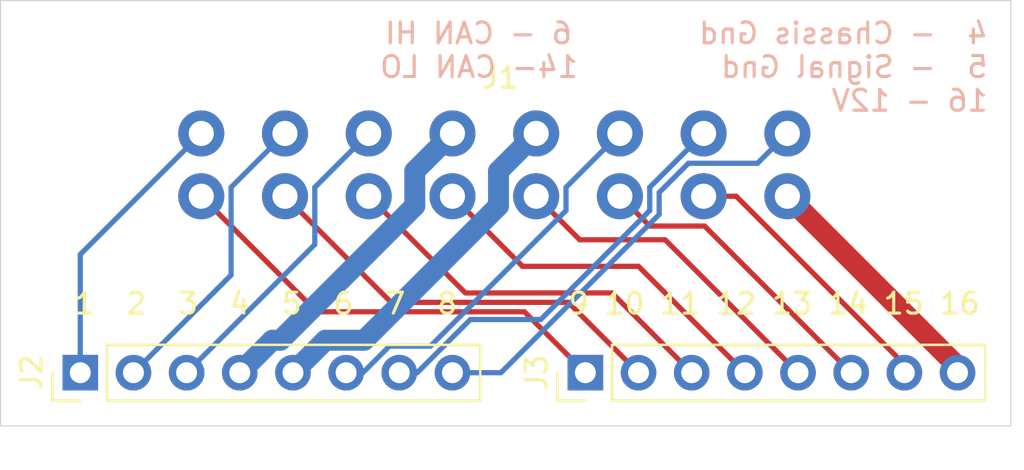
<source format=kicad_pcb>
(kicad_pcb (version 20171130) (host pcbnew 5.1.10)

  (general
    (thickness 1.6)
    (drawings 6)
    (tracks 59)
    (zones 0)
    (modules 3)
    (nets 17)
  )

  (page A4)
  (layers
    (0 F.Cu signal)
    (31 B.Cu signal)
    (32 B.Adhes user)
    (33 F.Adhes user)
    (34 B.Paste user)
    (35 F.Paste user)
    (36 B.SilkS user)
    (37 F.SilkS user)
    (38 B.Mask user)
    (39 F.Mask user)
    (40 Dwgs.User user)
    (41 Cmts.User user)
    (42 Eco1.User user)
    (43 Eco2.User user)
    (44 Edge.Cuts user)
    (45 Margin user)
    (46 B.CrtYd user)
    (47 F.CrtYd user)
    (48 B.Fab user)
    (49 F.Fab user)
  )

  (setup
    (last_trace_width 1)
    (user_trace_width 0.5)
    (user_trace_width 1)
    (trace_clearance 0.2)
    (zone_clearance 0.508)
    (zone_45_only no)
    (trace_min 0.2)
    (via_size 0.8)
    (via_drill 0.4)
    (via_min_size 0.4)
    (via_min_drill 0.3)
    (uvia_size 0.3)
    (uvia_drill 0.1)
    (uvias_allowed no)
    (uvia_min_size 0.2)
    (uvia_min_drill 0.1)
    (edge_width 0.05)
    (segment_width 0.2)
    (pcb_text_width 0.3)
    (pcb_text_size 1.5 1.5)
    (mod_edge_width 0.12)
    (mod_text_size 1 1)
    (mod_text_width 0.15)
    (pad_size 1.524 1.524)
    (pad_drill 0.762)
    (pad_to_mask_clearance 0)
    (aux_axis_origin 0 0)
    (visible_elements FFFFFF7F)
    (pcbplotparams
      (layerselection 0x010fc_ffffffff)
      (usegerberextensions false)
      (usegerberattributes true)
      (usegerberadvancedattributes true)
      (creategerberjobfile true)
      (excludeedgelayer true)
      (linewidth 0.100000)
      (plotframeref false)
      (viasonmask false)
      (mode 1)
      (useauxorigin false)
      (hpglpennumber 1)
      (hpglpenspeed 20)
      (hpglpendiameter 15.000000)
      (psnegative false)
      (psa4output false)
      (plotreference true)
      (plotvalue true)
      (plotinvisibletext false)
      (padsonsilk false)
      (subtractmaskfromsilk false)
      (outputformat 1)
      (mirror false)
      (drillshape 0)
      (scaleselection 1)
      (outputdirectory "~/tmp/OBD_BO"))
  )

  (net 0 "")
  (net 1 "Net-(J1-Pad16)")
  (net 2 "Net-(J1-Pad15)")
  (net 3 "Net-(J1-Pad14)")
  (net 4 "Net-(J1-Pad13)")
  (net 5 "Net-(J1-Pad12)")
  (net 6 "Net-(J1-Pad11)")
  (net 7 "Net-(J1-Pad10)")
  (net 8 "Net-(J1-Pad9)")
  (net 9 "Net-(J1-Pad8)")
  (net 10 "Net-(J1-Pad7)")
  (net 11 "Net-(J1-Pad6)")
  (net 12 "Net-(J1-Pad5)")
  (net 13 "Net-(J1-Pad4)")
  (net 14 "Net-(J1-Pad3)")
  (net 15 "Net-(J1-Pad2)")
  (net 16 "Net-(J1-Pad1)")

  (net_class Default "This is the default net class."
    (clearance 0.2)
    (trace_width 0.25)
    (via_dia 0.8)
    (via_drill 0.4)
    (uvia_dia 0.3)
    (uvia_drill 0.1)
    (add_net "Net-(J1-Pad1)")
    (add_net "Net-(J1-Pad10)")
    (add_net "Net-(J1-Pad11)")
    (add_net "Net-(J1-Pad12)")
    (add_net "Net-(J1-Pad13)")
    (add_net "Net-(J1-Pad14)")
    (add_net "Net-(J1-Pad15)")
    (add_net "Net-(J1-Pad16)")
    (add_net "Net-(J1-Pad2)")
    (add_net "Net-(J1-Pad3)")
    (add_net "Net-(J1-Pad4)")
    (add_net "Net-(J1-Pad5)")
    (add_net "Net-(J1-Pad6)")
    (add_net "Net-(J1-Pad7)")
    (add_net "Net-(J1-Pad8)")
    (add_net "Net-(J1-Pad9)")
  )

  (module OBD:OBD-II (layer F.Cu) (tedit 611BDCCF) (tstamp 611C3CDC)
    (at 105.6 72.66)
    (path /611BE907)
    (fp_text reference J1 (at -1.714 -1.667) (layer F.SilkS)
      (effects (font (size 1 1) (thickness 0.15)))
    )
    (fp_text value Conn_02x08_Top_Bottom (at 0 -0.5) (layer F.Fab)
      (effects (font (size 1 1) (thickness 0.15)))
    )
    (pad 16 thru_hole circle (at 12 4) (size 2.2 2.2) (drill 1.2) (layers *.Cu *.Mask)
      (net 1 "Net-(J1-Pad16)"))
    (pad 15 thru_hole circle (at 8 4) (size 2.2 2.2) (drill 1.2) (layers *.Cu *.Mask)
      (net 2 "Net-(J1-Pad15)"))
    (pad 14 thru_hole circle (at 4 4) (size 2.2 2.2) (drill 1.2) (layers *.Cu *.Mask)
      (net 3 "Net-(J1-Pad14)"))
    (pad 13 thru_hole circle (at 0 4) (size 2.2 2.2) (drill 1.2) (layers *.Cu *.Mask)
      (net 4 "Net-(J1-Pad13)"))
    (pad 12 thru_hole circle (at -4 4) (size 2.2 2.2) (drill 1.2) (layers *.Cu *.Mask)
      (net 5 "Net-(J1-Pad12)"))
    (pad 11 thru_hole circle (at -8 4) (size 2.2 2.2) (drill 1.2) (layers *.Cu *.Mask)
      (net 6 "Net-(J1-Pad11)"))
    (pad 10 thru_hole circle (at -12 4) (size 2.2 2.2) (drill 1.2) (layers *.Cu *.Mask)
      (net 7 "Net-(J1-Pad10)"))
    (pad 9 thru_hole circle (at -16 4) (size 2.2 2.2) (drill 1.2) (layers *.Cu *.Mask)
      (net 8 "Net-(J1-Pad9)"))
    (pad 8 thru_hole circle (at 12 1) (size 2.2 2.2) (drill 1.2) (layers *.Cu *.Mask)
      (net 9 "Net-(J1-Pad8)"))
    (pad 7 thru_hole circle (at 8 1) (size 2.2 2.2) (drill 1.2) (layers *.Cu *.Mask)
      (net 10 "Net-(J1-Pad7)"))
    (pad 6 thru_hole circle (at 4 1) (size 2.2 2.2) (drill 1.2) (layers *.Cu *.Mask)
      (net 11 "Net-(J1-Pad6)"))
    (pad 5 thru_hole circle (at 0 1) (size 2.2 2.2) (drill 1.2) (layers *.Cu *.Mask)
      (net 12 "Net-(J1-Pad5)"))
    (pad 4 thru_hole circle (at -4 1) (size 2.2 2.2) (drill 1.2) (layers *.Cu *.Mask)
      (net 13 "Net-(J1-Pad4)"))
    (pad 3 thru_hole circle (at -8 1) (size 2.2 2.2) (drill 1.2) (layers *.Cu *.Mask)
      (net 14 "Net-(J1-Pad3)"))
    (pad 2 thru_hole circle (at -12 1) (size 2.2 2.2) (drill 1.2) (layers *.Cu *.Mask)
      (net 15 "Net-(J1-Pad2)"))
    (pad 1 thru_hole circle (at -16 1) (size 2.2 2.2) (drill 1.2) (layers *.Cu *.Mask)
      (net 16 "Net-(J1-Pad1)"))
  )

  (module Connector_PinHeader_2.54mm:PinHeader_1x08_P2.54mm_Vertical (layer F.Cu) (tedit 59FED5CC) (tstamp 611C3C63)
    (at 107.95 85.09 90)
    (descr "Through hole straight pin header, 1x08, 2.54mm pitch, single row")
    (tags "Through hole pin header THT 1x08 2.54mm single row")
    (path /611C08C9)
    (fp_text reference J3 (at 0 -2.33 90) (layer F.SilkS)
      (effects (font (size 1 1) (thickness 0.15)))
    )
    (fp_text value Conn_01x08 (at 0 20.11 90) (layer F.Fab)
      (effects (font (size 1 1) (thickness 0.15)))
    )
    (fp_text user %R (at 0 8.89) (layer F.Fab)
      (effects (font (size 1 1) (thickness 0.15)))
    )
    (fp_line (start -0.635 -1.27) (end 1.27 -1.27) (layer F.Fab) (width 0.1))
    (fp_line (start 1.27 -1.27) (end 1.27 19.05) (layer F.Fab) (width 0.1))
    (fp_line (start 1.27 19.05) (end -1.27 19.05) (layer F.Fab) (width 0.1))
    (fp_line (start -1.27 19.05) (end -1.27 -0.635) (layer F.Fab) (width 0.1))
    (fp_line (start -1.27 -0.635) (end -0.635 -1.27) (layer F.Fab) (width 0.1))
    (fp_line (start -1.33 19.11) (end 1.33 19.11) (layer F.SilkS) (width 0.12))
    (fp_line (start -1.33 1.27) (end -1.33 19.11) (layer F.SilkS) (width 0.12))
    (fp_line (start 1.33 1.27) (end 1.33 19.11) (layer F.SilkS) (width 0.12))
    (fp_line (start -1.33 1.27) (end 1.33 1.27) (layer F.SilkS) (width 0.12))
    (fp_line (start -1.33 0) (end -1.33 -1.33) (layer F.SilkS) (width 0.12))
    (fp_line (start -1.33 -1.33) (end 0 -1.33) (layer F.SilkS) (width 0.12))
    (fp_line (start -1.8 -1.8) (end -1.8 19.55) (layer F.CrtYd) (width 0.05))
    (fp_line (start -1.8 19.55) (end 1.8 19.55) (layer F.CrtYd) (width 0.05))
    (fp_line (start 1.8 19.55) (end 1.8 -1.8) (layer F.CrtYd) (width 0.05))
    (fp_line (start 1.8 -1.8) (end -1.8 -1.8) (layer F.CrtYd) (width 0.05))
    (pad 8 thru_hole oval (at 0 17.78 90) (size 1.7 1.7) (drill 1) (layers *.Cu *.Mask)
      (net 1 "Net-(J1-Pad16)"))
    (pad 7 thru_hole oval (at 0 15.24 90) (size 1.7 1.7) (drill 1) (layers *.Cu *.Mask)
      (net 2 "Net-(J1-Pad15)"))
    (pad 6 thru_hole oval (at 0 12.7 90) (size 1.7 1.7) (drill 1) (layers *.Cu *.Mask)
      (net 3 "Net-(J1-Pad14)"))
    (pad 5 thru_hole oval (at 0 10.16 90) (size 1.7 1.7) (drill 1) (layers *.Cu *.Mask)
      (net 4 "Net-(J1-Pad13)"))
    (pad 4 thru_hole oval (at 0 7.62 90) (size 1.7 1.7) (drill 1) (layers *.Cu *.Mask)
      (net 5 "Net-(J1-Pad12)"))
    (pad 3 thru_hole oval (at 0 5.08 90) (size 1.7 1.7) (drill 1) (layers *.Cu *.Mask)
      (net 6 "Net-(J1-Pad11)"))
    (pad 2 thru_hole oval (at 0 2.54 90) (size 1.7 1.7) (drill 1) (layers *.Cu *.Mask)
      (net 7 "Net-(J1-Pad10)"))
    (pad 1 thru_hole rect (at 0 0 90) (size 1.7 1.7) (drill 1) (layers *.Cu *.Mask)
      (net 8 "Net-(J1-Pad9)"))
    (model ${KISYS3DMOD}/Connector_PinHeader_2.54mm.3dshapes/PinHeader_1x08_P2.54mm_Vertical.wrl
      (at (xyz 0 0 0))
      (scale (xyz 1 1 1))
      (rotate (xyz 0 0 0))
    )
  )

  (module Connector_PinHeader_2.54mm:PinHeader_1x08_P2.54mm_Vertical (layer F.Cu) (tedit 59FED5CC) (tstamp 611C3BCA)
    (at 83.82 85.09 90)
    (descr "Through hole straight pin header, 1x08, 2.54mm pitch, single row")
    (tags "Through hole pin header THT 1x08 2.54mm single row")
    (path /611BFCC7)
    (fp_text reference J2 (at 0 -2.33 90) (layer F.SilkS)
      (effects (font (size 1 1) (thickness 0.15)))
    )
    (fp_text value Conn_01x08 (at 0 20.11 90) (layer F.Fab)
      (effects (font (size 1 1) (thickness 0.15)))
    )
    (fp_text user %R (at 0 8.89) (layer F.Fab)
      (effects (font (size 1 1) (thickness 0.15)))
    )
    (fp_line (start -0.635 -1.27) (end 1.27 -1.27) (layer F.Fab) (width 0.1))
    (fp_line (start 1.27 -1.27) (end 1.27 19.05) (layer F.Fab) (width 0.1))
    (fp_line (start 1.27 19.05) (end -1.27 19.05) (layer F.Fab) (width 0.1))
    (fp_line (start -1.27 19.05) (end -1.27 -0.635) (layer F.Fab) (width 0.1))
    (fp_line (start -1.27 -0.635) (end -0.635 -1.27) (layer F.Fab) (width 0.1))
    (fp_line (start -1.33 19.11) (end 1.33 19.11) (layer F.SilkS) (width 0.12))
    (fp_line (start -1.33 1.27) (end -1.33 19.11) (layer F.SilkS) (width 0.12))
    (fp_line (start 1.33 1.27) (end 1.33 19.11) (layer F.SilkS) (width 0.12))
    (fp_line (start -1.33 1.27) (end 1.33 1.27) (layer F.SilkS) (width 0.12))
    (fp_line (start -1.33 0) (end -1.33 -1.33) (layer F.SilkS) (width 0.12))
    (fp_line (start -1.33 -1.33) (end 0 -1.33) (layer F.SilkS) (width 0.12))
    (fp_line (start -1.8 -1.8) (end -1.8 19.55) (layer F.CrtYd) (width 0.05))
    (fp_line (start -1.8 19.55) (end 1.8 19.55) (layer F.CrtYd) (width 0.05))
    (fp_line (start 1.8 19.55) (end 1.8 -1.8) (layer F.CrtYd) (width 0.05))
    (fp_line (start 1.8 -1.8) (end -1.8 -1.8) (layer F.CrtYd) (width 0.05))
    (pad 8 thru_hole oval (at 0 17.78 90) (size 1.7 1.7) (drill 1) (layers *.Cu *.Mask)
      (net 9 "Net-(J1-Pad8)"))
    (pad 7 thru_hole oval (at 0 15.24 90) (size 1.7 1.7) (drill 1) (layers *.Cu *.Mask)
      (net 10 "Net-(J1-Pad7)"))
    (pad 6 thru_hole oval (at 0 12.7 90) (size 1.7 1.7) (drill 1) (layers *.Cu *.Mask)
      (net 11 "Net-(J1-Pad6)"))
    (pad 5 thru_hole oval (at 0 10.16 90) (size 1.7 1.7) (drill 1) (layers *.Cu *.Mask)
      (net 12 "Net-(J1-Pad5)"))
    (pad 4 thru_hole oval (at 0 7.62 90) (size 1.7 1.7) (drill 1) (layers *.Cu *.Mask)
      (net 13 "Net-(J1-Pad4)"))
    (pad 3 thru_hole oval (at 0 5.08 90) (size 1.7 1.7) (drill 1) (layers *.Cu *.Mask)
      (net 14 "Net-(J1-Pad3)"))
    (pad 2 thru_hole oval (at 0 2.54 90) (size 1.7 1.7) (drill 1) (layers *.Cu *.Mask)
      (net 15 "Net-(J1-Pad2)"))
    (pad 1 thru_hole rect (at 0 0 90) (size 1.7 1.7) (drill 1) (layers *.Cu *.Mask)
      (net 16 "Net-(J1-Pad1)"))
    (model ${KISYS3DMOD}/Connector_PinHeader_2.54mm.3dshapes/PinHeader_1x08_P2.54mm_Vertical.wrl
      (at (xyz 0 0 0))
      (scale (xyz 1 1 1))
      (rotate (xyz 0 0 0))
    )
  )

  (gr_text "4  - Chassis Gnd        6 - CAN HI\n5  - Signal Gnd         14- CAN LO\n16 - 12V" (at 127.254 70.485) (layer B.SilkS)
    (effects (font (size 1 1) (thickness 0.15)) (justify left mirror))
  )
  (gr_text "1  2  3  4  5  6  7  8       9 10 11 12 13 14 15 16" (at 105.156 81.788) (layer F.SilkS)
    (effects (font (size 1 1) (thickness 0.15)))
  )
  (gr_line (start 128.27 87.63) (end 80.01 87.63) (layer Edge.Cuts) (width 0.05) (tstamp 611C458C))
  (gr_line (start 128.27 67.31) (end 128.27 87.63) (layer Edge.Cuts) (width 0.05))
  (gr_line (start 80.01 67.31) (end 128.27 67.31) (layer Edge.Cuts) (width 0.05))
  (gr_line (start 80.01 87.63) (end 80.01 67.31) (layer Edge.Cuts) (width 0.05))

  (segment (start 117.6 76.66) (end 125.73 84.79) (width 1) (layer F.Cu) (net 1))
  (segment (start 125.73 84.79) (end 125.73 85.09) (width 1) (layer F.Cu) (net 1))
  (segment (start 113.6 76.66) (end 115.155634 76.66) (width 0.25) (layer F.Cu) (net 2))
  (segment (start 115.155634 76.66) (end 123.19 84.694366) (width 0.25) (layer F.Cu) (net 2))
  (segment (start 123.19 84.694366) (end 123.19 85.09) (width 0.25) (layer F.Cu) (net 2))
  (segment (start 109.6 76.66) (end 111.025001 78.085001) (width 0.25) (layer F.Cu) (net 3))
  (segment (start 111.025001 78.085001) (end 113.645001 78.085001) (width 0.25) (layer F.Cu) (net 3))
  (segment (start 113.645001 78.085001) (end 120.65 85.09) (width 0.25) (layer F.Cu) (net 3))
  (segment (start 107.68 78.74) (end 111.76 78.74) (width 0.25) (layer F.Cu) (net 4))
  (segment (start 111.76 78.74) (end 118.11 85.09) (width 0.25) (layer F.Cu) (net 4))
  (segment (start 105.6 76.66) (end 107.68 78.74) (width 0.25) (layer F.Cu) (net 4))
  (segment (start 104.95 80.01) (end 110.49 80.01) (width 0.25) (layer F.Cu) (net 5))
  (segment (start 110.49 80.01) (end 115.57 85.09) (width 0.25) (layer F.Cu) (net 5))
  (segment (start 101.6 76.66) (end 104.95 80.01) (width 0.25) (layer F.Cu) (net 5))
  (segment (start 102.22 81.28) (end 109.22 81.28) (width 0.25) (layer F.Cu) (net 6))
  (segment (start 109.22 81.28) (end 113.03 85.09) (width 0.25) (layer F.Cu) (net 6))
  (segment (start 97.6 76.66) (end 102.22 81.28) (width 0.25) (layer F.Cu) (net 6))
  (segment (start 93.6 76.66) (end 98.67001 81.73001) (width 0.25) (layer F.Cu) (net 7))
  (segment (start 98.67001 81.73001) (end 107.13001 81.73001) (width 0.25) (layer F.Cu) (net 7))
  (segment (start 107.13001 81.73001) (end 110.49 85.09) (width 0.25) (layer F.Cu) (net 7))
  (segment (start 89.6 76.66) (end 95.12002 82.18002) (width 0.25) (layer F.Cu) (net 8))
  (segment (start 95.12002 82.18002) (end 105.04002 82.18002) (width 0.25) (layer F.Cu) (net 8))
  (segment (start 105.04002 82.18002) (end 107.95 85.09) (width 0.25) (layer F.Cu) (net 8))
  (segment (start 117.6 73.66) (end 116.174999 75.085001) (width 0.25) (layer B.Cu) (net 9))
  (segment (start 116.174999 75.085001) (end 112.874999 75.085001) (width 0.25) (layer B.Cu) (net 9))
  (segment (start 112.874999 75.085001) (end 111.475011 76.484989) (width 0.25) (layer B.Cu) (net 9))
  (segment (start 111.475011 76.484989) (end 111.47501 77.530402) (width 0.25) (layer B.Cu) (net 9))
  (segment (start 111.47501 77.530402) (end 103.915412 85.09) (width 0.25) (layer B.Cu) (net 9))
  (segment (start 103.915412 85.09) (end 101.6 85.09) (width 0.25) (layer B.Cu) (net 9))
  (segment (start 113.6 73.66) (end 111.025001 76.234999) (width 0.25) (layer B.Cu) (net 10))
  (segment (start 111.025001 76.234999) (end 111.025001 77.344001) (width 0.25) (layer B.Cu) (net 10))
  (segment (start 111.025001 77.344001) (end 105.819002 82.55) (width 0.25) (layer B.Cu) (net 10))
  (segment (start 105.819002 82.55) (end 102.455412 82.55) (width 0.25) (layer B.Cu) (net 10))
  (segment (start 102.455412 82.55) (end 99.915412 85.09) (width 0.25) (layer B.Cu) (net 10))
  (segment (start 99.915412 85.09) (end 99.06 85.09) (width 0.25) (layer B.Cu) (net 10))
  (segment (start 109.6 73.66) (end 107.025001 76.234999) (width 0.25) (layer B.Cu) (net 11))
  (segment (start 107.025001 76.234999) (end 107.025001 77.344001) (width 0.25) (layer B.Cu) (net 11))
  (segment (start 107.025001 77.344001) (end 100.549002 83.82) (width 0.25) (layer B.Cu) (net 11))
  (segment (start 100.549002 83.82) (end 98.590998 83.82) (width 0.25) (layer B.Cu) (net 11))
  (segment (start 98.590998 83.82) (end 97.320998 85.09) (width 0.25) (layer B.Cu) (net 11))
  (segment (start 97.320998 85.09) (end 96.52 85.09) (width 0.25) (layer B.Cu) (net 11))
  (segment (start 105.6 73.66) (end 103.799999 75.460001) (width 1) (layer B.Cu) (net 12))
  (segment (start 103.799999 75.460001) (end 103.799999 77.124003) (width 1) (layer B.Cu) (net 12))
  (segment (start 103.799999 77.124003) (end 97.384003 83.539999) (width 1) (layer B.Cu) (net 12))
  (segment (start 97.384003 83.539999) (end 95.530001 83.539999) (width 1) (layer B.Cu) (net 12))
  (segment (start 95.530001 83.539999) (end 93.98 85.09) (width 1) (layer B.Cu) (net 12))
  (segment (start 101.6 73.66) (end 99.799999 75.460001) (width 1) (layer B.Cu) (net 13))
  (segment (start 99.799999 75.460001) (end 99.799999 77.124003) (width 1) (layer B.Cu) (net 13))
  (segment (start 99.799999 77.124003) (end 93.384003 83.539999) (width 1) (layer B.Cu) (net 13))
  (segment (start 93.384003 83.539999) (end 92.990001 83.539999) (width 1) (layer B.Cu) (net 13))
  (segment (start 92.990001 83.539999) (end 91.44 85.09) (width 1) (layer B.Cu) (net 13))
  (segment (start 97.6 73.66) (end 95.025001 76.234999) (width 0.25) (layer B.Cu) (net 14))
  (segment (start 95.025001 76.234999) (end 95.025001 78.964999) (width 0.25) (layer B.Cu) (net 14))
  (segment (start 95.025001 78.964999) (end 88.9 85.09) (width 0.25) (layer B.Cu) (net 14))
  (segment (start 93.6 73.66) (end 91.025001 76.234999) (width 0.25) (layer B.Cu) (net 15))
  (segment (start 91.025001 76.234999) (end 91.025001 80.424999) (width 0.25) (layer B.Cu) (net 15))
  (segment (start 91.025001 80.424999) (end 86.36 85.09) (width 0.25) (layer B.Cu) (net 15))
  (segment (start 89.6 73.66) (end 83.82 79.44) (width 0.25) (layer B.Cu) (net 16))
  (segment (start 83.82 79.44) (end 83.82 85.09) (width 0.25) (layer B.Cu) (net 16))

)

</source>
